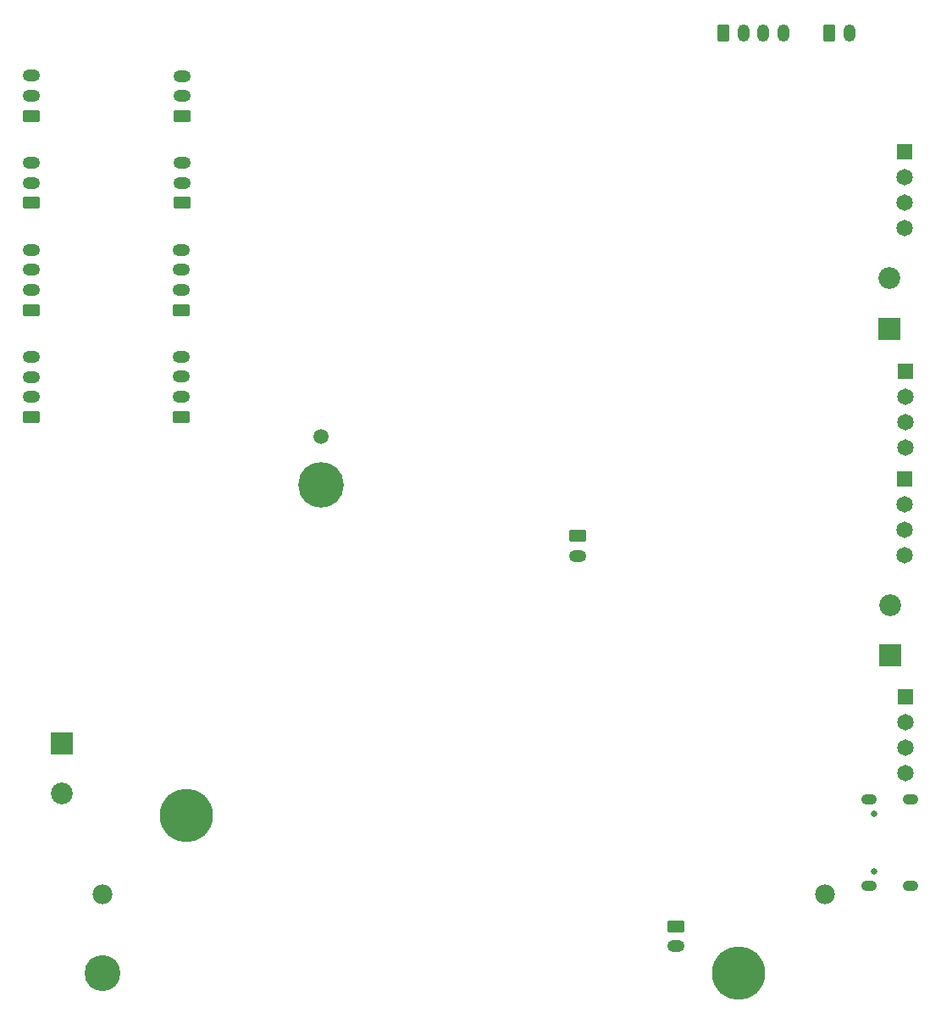
<source format=gbs>
G04 #@! TF.GenerationSoftware,KiCad,Pcbnew,(6.0.5)*
G04 #@! TF.CreationDate,2023-04-17T20:46:33+02:00*
G04 #@! TF.ProjectId,ruche,72756368-652e-46b6-9963-61645f706362,rev?*
G04 #@! TF.SameCoordinates,Original*
G04 #@! TF.FileFunction,Soldermask,Bot*
G04 #@! TF.FilePolarity,Negative*
%FSLAX46Y46*%
G04 Gerber Fmt 4.6, Leading zero omitted, Abs format (unit mm)*
G04 Created by KiCad (PCBNEW (6.0.5)) date 2023-04-17 20:46:33*
%MOMM*%
%LPD*%
G01*
G04 APERTURE LIST*
G04 Aperture macros list*
%AMRoundRect*
0 Rectangle with rounded corners*
0 $1 Rounding radius*
0 $2 $3 $4 $5 $6 $7 $8 $9 X,Y pos of 4 corners*
0 Add a 4 corners polygon primitive as box body*
4,1,4,$2,$3,$4,$5,$6,$7,$8,$9,$2,$3,0*
0 Add four circle primitives for the rounded corners*
1,1,$1+$1,$2,$3*
1,1,$1+$1,$4,$5*
1,1,$1+$1,$6,$7*
1,1,$1+$1,$8,$9*
0 Add four rect primitives between the rounded corners*
20,1,$1+$1,$2,$3,$4,$5,0*
20,1,$1+$1,$4,$5,$6,$7,0*
20,1,$1+$1,$6,$7,$8,$9,0*
20,1,$1+$1,$8,$9,$2,$3,0*%
G04 Aperture macros list end*
%ADD10R,2.175000X2.175000*%
%ADD11C,2.175000*%
%ADD12RoundRect,0.250000X-0.350000X-0.625000X0.350000X-0.625000X0.350000X0.625000X-0.350000X0.625000X0*%
%ADD13O,1.200000X1.750000*%
%ADD14RoundRect,0.250000X0.625000X-0.350000X0.625000X0.350000X-0.625000X0.350000X-0.625000X-0.350000X0*%
%ADD15O,1.750000X1.200000*%
%ADD16C,1.500000*%
%ADD17C,4.540000*%
%ADD18R,1.650000X1.650000*%
%ADD19C,1.650000*%
%ADD20RoundRect,0.250000X-0.625000X0.350000X-0.625000X-0.350000X0.625000X-0.350000X0.625000X0.350000X0*%
%ADD21C,0.670000*%
%ADD22RoundRect,0.500000X0.300000X0.000000X0.300000X0.000000X-0.300000X0.000000X-0.300000X0.000000X0*%
%ADD23C,1.980000*%
%ADD24C,5.325000*%
%ADD25C,3.585000*%
G04 APERTURE END LIST*
D10*
X91760000Y-143020000D03*
D11*
X91760000Y-148020000D03*
D12*
X157900000Y-72090000D03*
D13*
X159900000Y-72090000D03*
X161900000Y-72090000D03*
X163900000Y-72090000D03*
D14*
X88740000Y-89040000D03*
D15*
X88740000Y-87040000D03*
X88740000Y-85040000D03*
D14*
X88750000Y-80340000D03*
D15*
X88750000Y-78340000D03*
X88750000Y-76340000D03*
D14*
X103760000Y-89030000D03*
D15*
X103760000Y-87030000D03*
X103760000Y-85030000D03*
D16*
X117650000Y-112380000D03*
D17*
X117650000Y-117180000D03*
D18*
X176060000Y-83960000D03*
D19*
X176060000Y-86500000D03*
X176060000Y-89040000D03*
X176060000Y-91580000D03*
D14*
X103800000Y-80350000D03*
D15*
X103800000Y-78350000D03*
X103800000Y-76350000D03*
D20*
X143310000Y-122300000D03*
D15*
X143310000Y-124300000D03*
D10*
X174520000Y-101580000D03*
D11*
X174520000Y-96580000D03*
D10*
X174560000Y-134190000D03*
D11*
X174560000Y-129190000D03*
D18*
X176110000Y-138380000D03*
D19*
X176110000Y-140920000D03*
X176110000Y-143460000D03*
X176110000Y-146000000D03*
D18*
X176090000Y-105830000D03*
D19*
X176090000Y-108370000D03*
X176090000Y-110910000D03*
X176090000Y-113450000D03*
D20*
X153150000Y-161270000D03*
D15*
X153150000Y-163270000D03*
D21*
X172957500Y-150020000D03*
X172957500Y-155820000D03*
D22*
X176607500Y-157240000D03*
X172427500Y-157240000D03*
X172427500Y-148600000D03*
X176607500Y-148600000D03*
D14*
X103730000Y-99720000D03*
D15*
X103730000Y-97720000D03*
X103730000Y-95720000D03*
X103730000Y-93720000D03*
D14*
X88760000Y-110410000D03*
D15*
X88760000Y-108410000D03*
X88760000Y-106410000D03*
X88760000Y-104410000D03*
D14*
X88710000Y-99720000D03*
D15*
X88710000Y-97720000D03*
X88710000Y-95720000D03*
X88710000Y-93720000D03*
D12*
X168510000Y-72080000D03*
D13*
X170510000Y-72080000D03*
D14*
X103730000Y-110400000D03*
D15*
X103730000Y-108400000D03*
X103730000Y-106400000D03*
X103730000Y-104400000D03*
D18*
X176020000Y-116600000D03*
D19*
X176020000Y-119140000D03*
X176020000Y-121680000D03*
X176020000Y-124220000D03*
D23*
X168080000Y-158080000D03*
X95880000Y-158080000D03*
D24*
X159440000Y-165950000D03*
D25*
X95880000Y-165950000D03*
D24*
X104240000Y-150210000D03*
M02*

</source>
